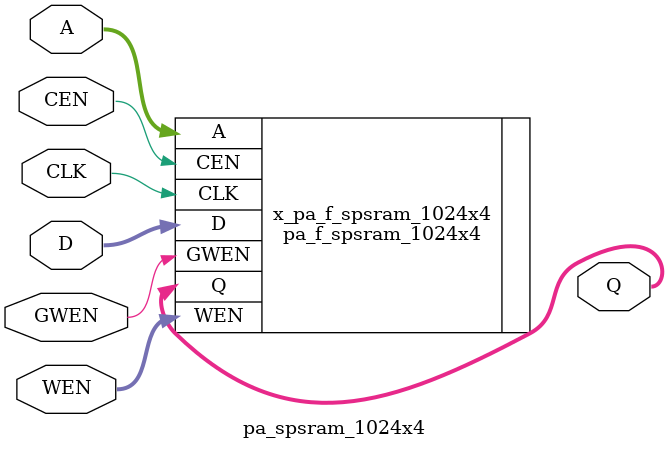
<source format=v>

/*Copyright 2020-2021 T-Head Semiconductor Co., Ltd.

Licensed under the Apache License, Version 2.0 (the "License");
you may not use this file except in compliance with the License.
You may obtain a copy of the License at

    http://www.apache.org/licenses/LICENSE-2.0

Unless required by applicable law or agreed to in writing, software
distributed under the License is distributed on an "AS IS" BASIS,
WITHOUT WARRANTIES OR CONDITIONS OF ANY KIND, either express or implied.
See the License for the specific language governing permissions and
limitations under the License.
*/

// &ModuleBeg; @22
module pa_spsram_1024x4(
  A,
  CEN,
  CLK,
  D,
  GWEN,
  Q,
  WEN
);

// &Ports; @23
input   [9:0]  A;   
input          CEN; 
input          CLK; 
input   [3:0]  D;   
input          GWEN; 
input   [3:0]  WEN; 
output  [3:0]  Q;   

// &Regs; @24

// &Wires; @25
wire    [9:0]  A;   
wire           CEN; 
wire           CLK; 
wire    [3:0]  D;   
wire           GWEN; 
wire    [3:0]  Q;   
wire    [3:0]  WEN; 


//**********************************************************
//                  Parameter Definition
//**********************************************************
parameter ADDR_WIDTH = 10;
parameter DATA_WIDTH = 4;
parameter WE_WIDTH   = 4;

// &Force("bus","Q",DATA_WIDTH-1,0); @34
// &Force("bus","WEN",WE_WIDTH-1,0); @35
// &Force("bus","A",ADDR_WIDTH-1,0); @36
// &Force("bus","D",DATA_WIDTH-1,0); @37

//  //********************************************************
//  //*                        FPGA memory                   *
//  //********************************************************
//   &Instance("pa_f_spsram_1024x4"); @43
pa_f_spsram_1024x4  x_pa_f_spsram_1024x4 (
  .A    (A   ),
  .CEN  (CEN ),
  .CLK  (CLK ),
  .D    (D   ),
  .GWEN (GWEN),
  .Q    (Q   ),
  .WEN  (WEN )
);

//   &Instance("pa_tsmc_spsram_1024x4"); @49

// &ModuleEnd; @65
endmodule



</source>
